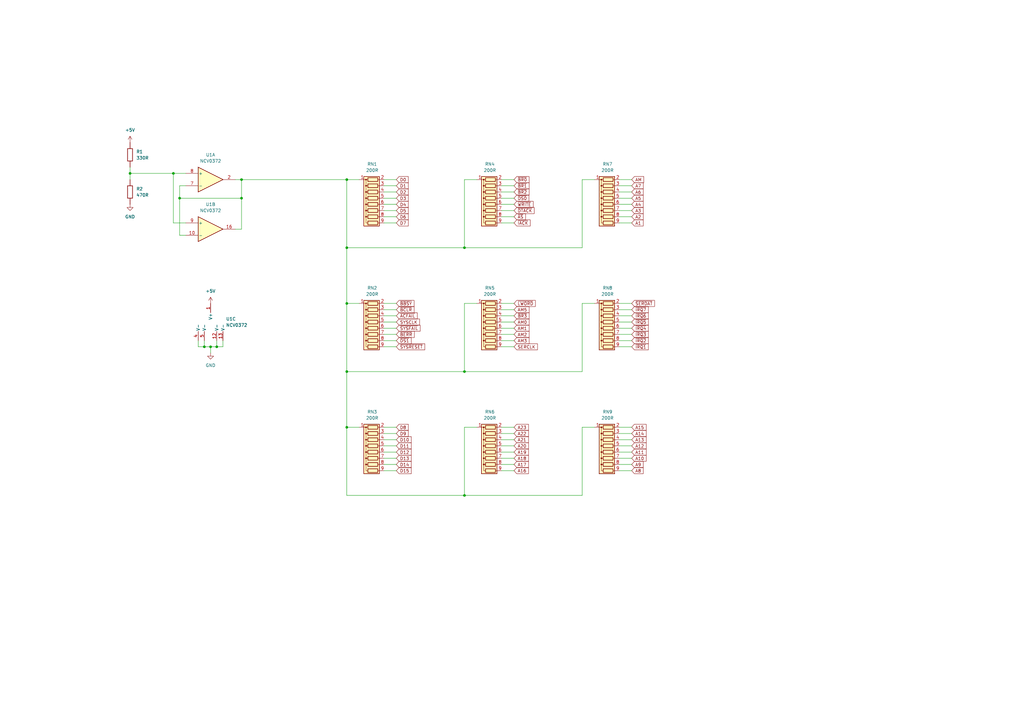
<source format=kicad_sch>
(kicad_sch (version 20211123) (generator eeschema)
  (paper "A3")
  (title_block (title "BUS TERMINATION RESISTORS") (date "2023-07-03") (rev "2") (company "TOM STOREY") (comment 1 "NON-COMMERCIAL USE"))
  (lib_symbols
    (symbol "COMET_symbols:NCV0372" (pin_names (offset 0.127))
      (property "Reference" "U" (at 5.08 2.54 0))
      (property "Value" "NCV0372" (at 5.08 -2.54 0))
      (symbol "NCV0372_1_1"
        (polyline (pts (xy -5.08 5.08) (xy 5.08 0) (xy -5.08 -5.08) (xy -5.08 5.08)) (stroke (width 0.254)) (fill (type background)))
        (pin output line (at 10.16 0 180) (length 5.08) (name "~") (number "2"))
        (pin input line (at -10.16 -2.54 0) (length 5.08) (name "-") (number "7"))
        (pin input line (at -10.16 2.54 0) (length 5.08) (name "+") (number "8"))
      )
      (symbol "NCV0372_2_1"
        (polyline (pts (xy -5.08 5.08) (xy 5.08 0) (xy -5.08 -5.08) (xy -5.08 5.08)) (stroke (width 0.254)) (fill (type background)))
        (pin input line (at -10.16 -2.54 0) (length 5.08) (name "-") (number "10"))
        (pin output line (at 10.16 0 180) (length 5.08) (name "~") (number "16"))
        (pin input line (at -10.16 2.54 0) (length 5.08) (name "+") (number "9"))
      )
      (symbol "NCV0372_3_1"
        (pin power_in line (at -2.54 7.62 270) (length 3.81) (name "V+") (number "1"))
        (pin power_in line (at 0 -7.62 90) (length 3.81) (name "V-") (number "12"))
        (pin power_in line (at 2.54 -7.62 90) (length 3.81) (name "V-") (number "13"))
        (pin power_in line (at -7.62 -7.62 90) (length 3.81) (name "V-") (number "4"))
        (pin power_in line (at -5.08 -7.62 90) (length 3.81) (name "V-") (number "5"))
      )
    )
    (symbol "COMET_symbols:R" (pin_numbers hide) (pin_names hide)
      (property "Reference" "R" (at 0 0 0))
      (property "Value" "R" (at 0 0 0))
      (symbol "R_0_1"
        (rectangle (start -1.016 -2.54) (end 1.016 2.54) (stroke (width 0.254)))
      )
      (symbol "R_1_1"
        (pin passive line (at 0 5.08 270) (length 2.54) (name "~") (number "1"))
        (pin passive line (at 0 -5.08 90) (length 2.54) (name "~") (number "2"))
      )
    )
    (symbol "Device:R_Network08" (pin_names (offset 0) hide)
      (property "Reference" "RN" (at -12.7 0 90))
      (property "Value" "R_Network08" (at 10.16 0 90))
      (symbol "R_Network08_0_1"
        (rectangle (start -11.43 -3.175) (end 8.89 3.175) (stroke (width 0.254)) (fill (type background)))
        (rectangle (start -10.922 1.524) (end -9.398 -2.54) (stroke (width 0.254)))
        (circle (center -10.16 2.286) (radius 0.254) (fill (type outline)))
        (rectangle (start -8.382 1.524) (end -6.858 -2.54) (stroke (width 0.254)))
        (circle (center -7.62 2.286) (radius 0.254) (fill (type outline)))
        (rectangle (start -5.842 1.524) (end -4.318 -2.54) (stroke (width 0.254)))
        (circle (center -5.08 2.286) (radius 0.254) (fill (type outline)))
        (rectangle (start -3.302 1.524) (end -1.778 -2.54) (stroke (width 0.254)))
        (circle (center -2.54 2.286) (radius 0.254) (fill (type outline)))
        (rectangle (start -0.762 1.524) (end 0.762 -2.54) (stroke (width 0.254)))
        (polyline (pts (xy -10.16 -2.54) (xy -10.16 -3.81)))
        (polyline (pts (xy -7.62 -2.54) (xy -7.62 -3.81)))
        (polyline (pts (xy -5.08 -2.54) (xy -5.08 -3.81)))
        (polyline (pts (xy -2.54 -2.54) (xy -2.54 -3.81)))
        (polyline (pts (xy 0 -2.54) (xy 0 -3.81)))
        (polyline (pts (xy 2.54 -2.54) (xy 2.54 -3.81)))
        (polyline (pts (xy 5.08 -2.54) (xy 5.08 -3.81)))
        (polyline (pts (xy 7.62 -2.54) (xy 7.62 -3.81)))
        (polyline (pts (xy -10.16 1.524) (xy -10.16 2.286) (xy -7.62 2.286) (xy -7.62 1.524)))
        (polyline (pts (xy -7.62 1.524) (xy -7.62 2.286) (xy -5.08 2.286) (xy -5.08 1.524)))
        (polyline (pts (xy -5.08 1.524) (xy -5.08 2.286) (xy -2.54 2.286) (xy -2.54 1.524)))
        (polyline (pts (xy -2.54 1.524) (xy -2.54 2.286) (xy 0 2.286) (xy 0 1.524)))
        (polyline (pts (xy 0 1.524) (xy 0 2.286) (xy 2.54 2.286) (xy 2.54 1.524)))
        (polyline (pts (xy 2.54 1.524) (xy 2.54 2.286) (xy 5.08 2.286) (xy 5.08 1.524)))
        (polyline (pts (xy 5.08 1.524) (xy 5.08 2.286) (xy 7.62 2.286) (xy 7.62 1.524)))
        (circle (center 0 2.286) (radius 0.254) (fill (type outline)))
        (rectangle (start 1.778 1.524) (end 3.302 -2.54) (stroke (width 0.254)))
        (circle (center 2.54 2.286) (radius 0.254) (fill (type outline)))
        (rectangle (start 4.318 1.524) (end 5.842 -2.54) (stroke (width 0.254)))
        (circle (center 5.08 2.286) (radius 0.254) (fill (type outline)))
        (rectangle (start 6.858 1.524) (end 8.382 -2.54) (stroke (width 0.254)))
      )
      (symbol "R_Network08_1_1"
        (pin passive line (at -10.16 5.08 270) (length 2.54) (name "common") (number "1"))
        (pin passive line (at -10.16 -5.08 90) (length 1.27) (name "R1") (number "2"))
        (pin passive line (at -7.62 -5.08 90) (length 1.27) (name "R2") (number "3"))
        (pin passive line (at -5.08 -5.08 90) (length 1.27) (name "R3") (number "4"))
        (pin passive line (at -2.54 -5.08 90) (length 1.27) (name "R4") (number "5"))
        (pin passive line (at 0 -5.08 90) (length 1.27) (name "R5") (number "6"))
        (pin passive line (at 2.54 -5.08 90) (length 1.27) (name "R6") (number "7"))
        (pin passive line (at 5.08 -5.08 90) (length 1.27) (name "R7") (number "8"))
        (pin passive line (at 7.62 -5.08 90) (length 1.27) (name "R8") (number "9"))
      )
    )
    (symbol "power:+5V" (power) (pin_names (offset 0))
      (property "Value" "+5V" (at 0 3.556 0))
      (symbol "+5V_0_1"
        (polyline (pts (xy -0.762 1.27) (xy 0 2.54)))
        (polyline (pts (xy 0 0) (xy 0 2.54)))
        (polyline (pts (xy 0 2.54) (xy 0.762 1.27)))
      )
      (symbol "+5V_1_1"
        (pin power_in line (at 0 0 90) (length 0) hide (name "+5V") (number "1"))
      )
    )
    (symbol "power:GND" (power) (pin_names (offset 0))
      (property "Value" "GND" (at 0 -3.81 0))
      (symbol "GND_0_1"
        (polyline (pts (xy 0 0) (xy 0 -1.27) (xy 1.27 -1.27) (xy 0 -2.54) (xy -1.27 -1.27) (xy 0 -1.27)))
      )
      (symbol "GND_1_1"
        (pin power_in line (at 0 0 270) (length 0) hide (name "GND") (number "1"))
      )
    )
  )
  (junction (at 71.12 71.12))
  (junction (at 99.06 73.66))
  (junction (at 83.82 142.24))
  (junction (at 190.5 101.6))
  (junction (at 142.24 73.66))
  (junction (at 142.24 101.6))
  (junction (at 190.5 152.4))
  (junction (at 53.34 71.12))
  (junction (at 88.9 142.24))
  (junction (at 99.06 81.28))
  (junction (at 73.66 81.28))
  (junction (at 142.24 175.26))
  (junction (at 86.36 142.24))
  (junction (at 142.24 152.4))
  (junction (at 142.24 124.46))
  (junction (at 190.5 203.2))
  (wire (pts (xy 157.48 86.36) (xy 162.56 86.36)))
  (wire (pts (xy 205.74 137.16) (xy 210.82 137.16)))
  (wire (pts (xy 142.24 73.66) (xy 147.32 73.66)))
  (wire (pts (xy 254 190.5) (xy 259.08 190.5)))
  (wire (pts (xy 205.74 134.62) (xy 210.82 134.62)))
  (wire (pts (xy 157.48 134.62) (xy 162.56 134.62)))
  (wire (pts (xy 205.74 177.8) (xy 210.82 177.8)))
  (wire (pts (xy 142.24 203.2) (xy 190.5 203.2)))
  (wire (pts (xy 254 129.54) (xy 259.08 129.54)))
  (wire (pts (xy 254 182.88) (xy 259.08 182.88)))
  (wire (pts (xy 157.48 83.82) (xy 162.56 83.82)))
  (wire (pts (xy 254 175.26) (xy 259.08 175.26)))
  (wire (pts (xy 142.24 175.26) (xy 142.24 203.2)))
  (wire (pts (xy 53.34 68.58) (xy 53.34 71.12)))
  (wire (pts (xy 205.74 180.34) (xy 210.82 180.34)))
  (wire (pts (xy 205.74 124.46) (xy 210.82 124.46)))
  (wire (pts (xy 91.44 139.7) (xy 91.44 142.24)))
  (wire (pts (xy 238.76 152.4) (xy 238.76 124.46)))
  (wire (pts (xy 254 187.96) (xy 259.08 187.96)))
  (wire (pts (xy 254 180.34) (xy 259.08 180.34)))
  (wire (pts (xy 73.66 81.28) (xy 73.66 76.2)))
  (wire (pts (xy 205.74 91.44) (xy 210.82 91.44)))
  (wire (pts (xy 157.48 124.46) (xy 162.56 124.46)))
  (wire (pts (xy 73.66 76.2) (xy 76.2 76.2)))
  (wire (pts (xy 205.74 78.74) (xy 210.82 78.74)))
  (wire (pts (xy 157.48 137.16) (xy 162.56 137.16)))
  (wire (pts (xy 190.5 101.6) (xy 238.76 101.6)))
  (wire (pts (xy 142.24 152.4) (xy 142.24 124.46)))
  (wire (pts (xy 157.48 127) (xy 162.56 127)))
  (wire (pts (xy 205.74 139.7) (xy 210.82 139.7)))
  (wire (pts (xy 147.32 175.26) (xy 142.24 175.26)))
  (wire (pts (xy 157.48 182.88) (xy 162.56 182.88)))
  (wire (pts (xy 190.5 152.4) (xy 238.76 152.4)))
  (wire (pts (xy 142.24 101.6) (xy 190.5 101.6)))
  (wire (pts (xy 157.48 185.42) (xy 162.56 185.42)))
  (wire (pts (xy 254 83.82) (xy 259.08 83.82)))
  (wire (pts (xy 205.74 132.08) (xy 210.82 132.08)))
  (wire (pts (xy 254 91.44) (xy 259.08 91.44)))
  (wire (pts (xy 205.74 193.04) (xy 210.82 193.04)))
  (wire (pts (xy 254 139.7) (xy 259.08 139.7)))
  (wire (pts (xy 205.74 175.26) (xy 210.82 175.26)))
  (wire (pts (xy 254 81.28) (xy 259.08 81.28)))
  (wire (pts (xy 86.36 142.24) (xy 86.36 144.78)))
  (wire (pts (xy 195.58 73.66) (xy 190.5 73.66)))
  (wire (pts (xy 205.74 185.42) (xy 210.82 185.42)))
  (wire (pts (xy 157.48 73.66) (xy 162.56 73.66)))
  (wire (pts (xy 190.5 124.46) (xy 190.5 152.4)))
  (wire (pts (xy 83.82 139.7) (xy 83.82 142.24)))
  (wire (pts (xy 83.82 142.24) (xy 86.36 142.24)))
  (wire (pts (xy 205.74 73.66) (xy 210.82 73.66)))
  (wire (pts (xy 205.74 142.24) (xy 210.82 142.24)))
  (wire (pts (xy 205.74 129.54) (xy 210.82 129.54)))
  (wire (pts (xy 157.48 91.44) (xy 162.56 91.44)))
  (wire (pts (xy 254 86.36) (xy 259.08 86.36)))
  (wire (pts (xy 142.24 124.46) (xy 142.24 101.6)))
  (wire (pts (xy 157.48 139.7) (xy 162.56 139.7)))
  (wire (pts (xy 88.9 139.7) (xy 88.9 142.24)))
  (wire (pts (xy 157.48 88.9) (xy 162.56 88.9)))
  (wire (pts (xy 157.48 78.74) (xy 162.56 78.74)))
  (wire (pts (xy 254 78.74) (xy 259.08 78.74)))
  (wire (pts (xy 99.06 73.66) (xy 142.24 73.66)))
  (wire (pts (xy 205.74 81.28) (xy 210.82 81.28)))
  (wire (pts (xy 142.24 175.26) (xy 142.24 152.4)))
  (wire (pts (xy 238.76 101.6) (xy 238.76 73.66)))
  (wire (pts (xy 205.74 190.5) (xy 210.82 190.5)))
  (wire (pts (xy 71.12 71.12) (xy 53.34 71.12)))
  (wire (pts (xy 53.34 71.12) (xy 53.34 73.66)))
  (wire (pts (xy 157.48 132.08) (xy 162.56 132.08)))
  (wire (pts (xy 76.2 96.52) (xy 73.66 96.52)))
  (wire (pts (xy 254 73.66) (xy 259.08 73.66)))
  (wire (pts (xy 254 134.62) (xy 259.08 134.62)))
  (wire (pts (xy 73.66 81.28) (xy 73.66 96.52)))
  (wire (pts (xy 254 127) (xy 259.08 127)))
  (wire (pts (xy 205.74 86.36) (xy 210.82 86.36)))
  (wire (pts (xy 157.48 190.5) (xy 162.56 190.5)))
  (wire (pts (xy 254 193.04) (xy 259.08 193.04)))
  (wire (pts (xy 254 177.8) (xy 259.08 177.8)))
  (wire (pts (xy 238.76 73.66) (xy 243.84 73.66)))
  (wire (pts (xy 254 185.42) (xy 259.08 185.42)))
  (wire (pts (xy 254 88.9) (xy 259.08 88.9)))
  (wire (pts (xy 157.48 129.54) (xy 162.56 129.54)))
  (wire (pts (xy 142.24 124.46) (xy 147.32 124.46)))
  (wire (pts (xy 254 137.16) (xy 259.08 137.16)))
  (wire (pts (xy 157.48 187.96) (xy 162.56 187.96)))
  (wire (pts (xy 142.24 152.4) (xy 190.5 152.4)))
  (wire (pts (xy 205.74 76.2) (xy 210.82 76.2)))
  (wire (pts (xy 254 132.08) (xy 259.08 132.08)))
  (wire (pts (xy 238.76 175.26) (xy 243.84 175.26)))
  (wire (pts (xy 157.48 177.8) (xy 162.56 177.8)))
  (wire (pts (xy 205.74 187.96) (xy 210.82 187.96)))
  (wire (pts (xy 96.52 73.66) (xy 99.06 73.66)))
  (wire (pts (xy 99.06 81.28) (xy 73.66 81.28)))
  (wire (pts (xy 205.74 182.88) (xy 210.82 182.88)))
  (wire (pts (xy 238.76 203.2) (xy 238.76 175.26)))
  (wire (pts (xy 157.48 193.04) (xy 162.56 193.04)))
  (wire (pts (xy 157.48 81.28) (xy 162.56 81.28)))
  (wire (pts (xy 157.48 76.2) (xy 162.56 76.2)))
  (wire (pts (xy 88.9 142.24) (xy 91.44 142.24)))
  (wire (pts (xy 157.48 142.24) (xy 162.56 142.24)))
  (wire (pts (xy 81.28 142.24) (xy 83.82 142.24)))
  (wire (pts (xy 76.2 71.12) (xy 71.12 71.12)))
  (wire (pts (xy 254 142.24) (xy 259.08 142.24)))
  (wire (pts (xy 71.12 71.12) (xy 71.12 91.44)))
  (wire (pts (xy 76.2 91.44) (xy 71.12 91.44)))
  (wire (pts (xy 99.06 73.66) (xy 99.06 81.28)))
  (wire (pts (xy 195.58 124.46) (xy 190.5 124.46)))
  (wire (pts (xy 157.48 175.26) (xy 162.56 175.26)))
  (wire (pts (xy 254 76.2) (xy 259.08 76.2)))
  (wire (pts (xy 86.36 142.24) (xy 88.9 142.24)))
  (wire (pts (xy 81.28 139.7) (xy 81.28 142.24)))
  (wire (pts (xy 254 124.46) (xy 259.08 124.46)))
  (wire (pts (xy 195.58 175.26) (xy 190.5 175.26)))
  (wire (pts (xy 205.74 127) (xy 210.82 127)))
  (wire (pts (xy 205.74 83.82) (xy 210.82 83.82)))
  (wire (pts (xy 190.5 175.26) (xy 190.5 203.2)))
  (wire (pts (xy 142.24 101.6) (xy 142.24 73.66)))
  (wire (pts (xy 96.52 93.98) (xy 99.06 93.98)))
  (wire (pts (xy 190.5 73.66) (xy 190.5 101.6)))
  (wire (pts (xy 157.48 180.34) (xy 162.56 180.34)))
  (wire (pts (xy 190.5 203.2) (xy 238.76 203.2)))
  (wire (pts (xy 99.06 81.28) (xy 99.06 93.98)))
  (wire (pts (xy 205.74 88.9) (xy 210.82 88.9)))
  (wire (pts (xy 238.76 124.46) (xy 243.84 124.46)))
  (global_label "~{IRQ4}" (shape input) (at 259.08 134.62 0) (property "Intersheet References" "${INTERSHEET_REFS}" (effects hide)))
  (global_label "A10" (shape input) (at 259.08 187.96 0) (property "Intersheet References" "${INTERSHEET_REFS}" (effects hide)))
  (global_label "~{BR0}" (shape input) (at 210.82 73.66 0) (property "Intersheet References" "${INTERSHEET_REFS}" (effects hide)))
  (global_label "A3" (shape input) (at 259.08 86.36 0) (property "Intersheet References" "${INTERSHEET_REFS}" (effects hide)))
  (global_label "A20" (shape input) (at 210.82 182.88 0) (property "Intersheet References" "${INTERSHEET_REFS}" (effects hide)))
  (global_label "A19" (shape input) (at 210.82 185.42 0) (property "Intersheet References" "${INTERSHEET_REFS}" (effects hide)))
  (global_label "D8" (shape input) (at 162.56 175.26 0) (property "Intersheet References" "${INTERSHEET_REFS}" (effects hide)))
  (global_label "A4" (shape input) (at 259.08 83.82 0) (property "Intersheet References" "${INTERSHEET_REFS}" (effects hide)))
  (global_label "AM" (shape input) (at 259.08 73.66 0) (property "Intersheet References" "${INTERSHEET_REFS}" (effects hide)))
  (global_label "A15" (shape input) (at 259.08 175.26 0) (property "Intersheet References" "${INTERSHEET_REFS}" (effects hide)))
  (global_label "A16" (shape input) (at 210.82 193.04 0) (property "Intersheet References" "${INTERSHEET_REFS}" (effects hide)))
  (global_label "D15" (shape input) (at 162.56 193.04 0) (property "Intersheet References" "${INTERSHEET_REFS}" (effects hide)))
  (global_label "~{BERR}" (shape input) (at 162.56 137.16 0) (property "Intersheet References" "${INTERSHEET_REFS}" (effects hide)))
  (global_label "~{IRQ6}" (shape input) (at 259.08 129.54 0) (property "Intersheet References" "${INTERSHEET_REFS}" (effects hide)))
  (global_label "A22" (shape input) (at 210.82 177.8 0) (property "Intersheet References" "${INTERSHEET_REFS}" (effects hide)))
  (global_label "AM3" (shape input) (at 210.82 139.7 0) (property "Intersheet References" "${INTERSHEET_REFS}" (effects hide)))
  (global_label "D4" (shape input) (at 162.56 83.82 0) (property "Intersheet References" "${INTERSHEET_REFS}" (effects hide)))
  (global_label "D5" (shape input) (at 162.56 86.36 0) (property "Intersheet References" "${INTERSHEET_REFS}" (effects hide)))
  (global_label "SYSCLK" (shape input) (at 162.56 132.08 0) (property "Intersheet References" "${INTERSHEET_REFS}" (effects hide)))
  (global_label "A5" (shape input) (at 259.08 81.28 0) (property "Intersheet References" "${INTERSHEET_REFS}" (effects hide)))
  (global_label "~{BCLR}" (shape input) (at 162.56 127 0) (property "Intersheet References" "${INTERSHEET_REFS}" (effects hide)))
  (global_label "A11" (shape input) (at 259.08 185.42 0) (property "Intersheet References" "${INTERSHEET_REFS}" (effects hide)))
  (global_label "AM2" (shape input) (at 210.82 137.16 0) (property "Intersheet References" "${INTERSHEET_REFS}" (effects hide)))
  (global_label "~{BBSY}" (shape input) (at 162.56 124.46 0) (property "Intersheet References" "${INTERSHEET_REFS}" (effects hide)))
  (global_label "~{IRQ1}" (shape input) (at 259.08 142.24 0) (property "Intersheet References" "${INTERSHEET_REFS}" (effects hide)))
  (global_label "~{IACK}" (shape input) (at 210.82 91.44 0) (property "Intersheet References" "${INTERSHEET_REFS}" (effects hide)))
  (global_label "A17" (shape input) (at 210.82 190.5 0) (property "Intersheet References" "${INTERSHEET_REFS}" (effects hide)))
  (global_label "~{ACFAIL}" (shape input) (at 162.56 129.54 0) (property "Intersheet References" "${INTERSHEET_REFS}" (effects hide)))
  (global_label "D12" (shape input) (at 162.56 185.42 0) (property "Intersheet References" "${INTERSHEET_REFS}" (effects hide)))
  (global_label "~{AS}" (shape input) (at 210.82 88.9 0) (property "Intersheet References" "${INTERSHEET_REFS}" (effects hide)))
  (global_label "A13" (shape input) (at 259.08 180.34 0) (property "Intersheet References" "${INTERSHEET_REFS}" (effects hide)))
  (global_label "~{SYSRESET}" (shape input) (at 162.56 142.24 0) (property "Intersheet References" "${INTERSHEET_REFS}" (effects hide)))
  (global_label "~{BR1}" (shape input) (at 210.82 76.2 0) (property "Intersheet References" "${INTERSHEET_REFS}" (effects hide)))
  (global_label "A18" (shape input) (at 210.82 187.96 0) (property "Intersheet References" "${INTERSHEET_REFS}" (effects hide)))
  (global_label "D7" (shape input) (at 162.56 91.44 0) (property "Intersheet References" "${INTERSHEET_REFS}" (effects hide)))
  (global_label "~{BR2}" (shape input) (at 210.82 78.74 0) (property "Intersheet References" "${INTERSHEET_REFS}" (effects hide)))
  (global_label "D3" (shape input) (at 162.56 81.28 0) (property "Intersheet References" "${INTERSHEET_REFS}" (effects hide)))
  (global_label "~{IRQ7}" (shape input) (at 259.08 127 0) (property "Intersheet References" "${INTERSHEET_REFS}" (effects hide)))
  (global_label "D13" (shape input) (at 162.56 187.96 0) (property "Intersheet References" "${INTERSHEET_REFS}" (effects hide)))
  (global_label "D11" (shape input) (at 162.56 182.88 0) (property "Intersheet References" "${INTERSHEET_REFS}" (effects hide)))
  (global_label "~{LWORD}" (shape input) (at 210.82 124.46 0) (property "Intersheet References" "${INTERSHEET_REFS}" (effects hide)))
  (global_label "A23" (shape input) (at 210.82 175.26 0) (property "Intersheet References" "${INTERSHEET_REFS}" (effects hide)))
  (global_label "A9" (shape input) (at 259.08 190.5 0) (property "Intersheet References" "${INTERSHEET_REFS}" (effects hide)))
  (global_label "~{SYSFAIL}" (shape input) (at 162.56 134.62 0) (property "Intersheet References" "${INTERSHEET_REFS}" (effects hide)))
  (global_label "A7" (shape input) (at 259.08 76.2 0) (property "Intersheet References" "${INTERSHEET_REFS}" (effects hide)))
  (global_label "~{IRQ5}" (shape input) (at 259.08 132.08 0) (property "Intersheet References" "${INTERSHEET_REFS}" (effects hide)))
  (global_label "A21" (shape input) (at 210.82 180.34 0) (property "Intersheet References" "${INTERSHEET_REFS}" (effects hide)))
  (global_label "D1" (shape input) (at 162.56 76.2 0) (property "Intersheet References" "${INTERSHEET_REFS}" (effects hide)))
  (global_label "D0" (shape input) (at 162.56 73.66 0) (property "Intersheet References" "${INTERSHEET_REFS}" (effects hide)))
  (global_label "~{SERDAT}" (shape input) (at 259.08 124.46 0) (property "Intersheet References" "${INTERSHEET_REFS}" (effects hide)))
  (global_label "A1" (shape input) (at 259.08 91.44 0) (property "Intersheet References" "${INTERSHEET_REFS}" (effects hide)))
  (global_label "~{BR3}" (shape input) (at 210.82 129.54 0) (property "Intersheet References" "${INTERSHEET_REFS}" (effects hide)))
  (global_label "AM1" (shape input) (at 210.82 134.62 0) (property "Intersheet References" "${INTERSHEET_REFS}" (effects hide)))
  (global_label "SERCLK" (shape input) (at 210.82 142.24 0) (property "Intersheet References" "${INTERSHEET_REFS}" (effects hide)))
  (global_label "~{IRQ3}" (shape input) (at 259.08 137.16 0) (property "Intersheet References" "${INTERSHEET_REFS}" (effects hide)))
  (global_label "~{DS0}" (shape input) (at 210.82 81.28 0) (property "Intersheet References" "${INTERSHEET_REFS}" (effects hide)))
  (global_label "AM5" (shape input) (at 210.82 127 0) (property "Intersheet References" "${INTERSHEET_REFS}" (effects hide)))
  (global_label "D14" (shape input) (at 162.56 190.5 0) (property "Intersheet References" "${INTERSHEET_REFS}" (effects hide)))
  (global_label "~{WRITE}" (shape input) (at 210.82 83.82 0) (property "Intersheet References" "${INTERSHEET_REFS}" (effects hide)))
  (global_label "D2" (shape input) (at 162.56 78.74 0) (property "Intersheet References" "${INTERSHEET_REFS}" (effects hide)))
  (global_label "A8" (shape input) (at 259.08 193.04 0) (property "Intersheet References" "${INTERSHEET_REFS}" (effects hide)))
  (global_label "~{DTACK}" (shape input) (at 210.82 86.36 0) (property "Intersheet References" "${INTERSHEET_REFS}" (effects hide)))
  (global_label "D10" (shape input) (at 162.56 180.34 0) (property "Intersheet References" "${INTERSHEET_REFS}" (effects hide)))
  (global_label "~{IRQ2}" (shape input) (at 259.08 139.7 0) (property "Intersheet References" "${INTERSHEET_REFS}" (effects hide)))
  (global_label "A2" (shape input) (at 259.08 88.9 0) (property "Intersheet References" "${INTERSHEET_REFS}" (effects hide)))
  (global_label "A12" (shape input) (at 259.08 182.88 0) (property "Intersheet References" "${INTERSHEET_REFS}" (effects hide)))
  (global_label "D6" (shape input) (at 162.56 88.9 0) (property "Intersheet References" "${INTERSHEET_REFS}" (effects hide)))
  (global_label "AM0" (shape input) (at 210.82 132.08 0) (property "Intersheet References" "${INTERSHEET_REFS}" (effects hide)))
  (global_label "A14" (shape input) (at 259.08 177.8 0) (property "Intersheet References" "${INTERSHEET_REFS}" (effects hide)))
  (global_label "D9" (shape input) (at 162.56 177.8 0) (property "Intersheet References" "${INTERSHEET_REFS}" (effects hide)))
  (global_label "A6" (shape input) (at 259.08 78.74 0) (property "Intersheet References" "${INTERSHEET_REFS}" (effects hide)))
  (global_label "~{DS1}" (shape input) (at 162.56 139.7 0) (property "Intersheet References" "${INTERSHEET_REFS}" (effects hide)))
  (symbol (lib_id "Device:R_Network08") (at 248.92 185.42 90) (mirror x) (unit 1)
    (property "Reference" "RN9" (at 249.174 168.91 90))
    (property "Value" "200R" (at 249.174 171.45 90))
    (property "Footprint" "Resistor_THT:R_Array_SIP9" (effects hide))
    (property "Datasheet" "http://www.vishay.com/docs/31509/csc.pdf" (effects hide))
  )
  (symbol (lib_id "power:+5V") (at 86.36 124.46 0) (unit 1)
    (property "Reference" "#PWR03" (effects hide))
    (property "Value" "+5V" (at 86.36 119.38 0))
  )
  (symbol (lib_id "power:+5V") (at 53.34 58.42 0) (unit 1)
    (property "Reference" "#PWR01" (effects hide))
    (property "Value" "+5V" (at 53.34 53.34 0))
  )
  (symbol (lib_id "Device:R_Network08") (at 200.66 185.42 90) (mirror x) (unit 1)
    (property "Reference" "RN6" (at 200.914 168.91 90))
    (property "Value" "200R" (at 200.914 171.45 90))
    (property "Footprint" "Resistor_THT:R_Array_SIP9" (effects hide))
    (property "Datasheet" "http://www.vishay.com/docs/31509/csc.pdf" (effects hide))
  )
  (symbol (lib_id "COMET_symbols:R") (at 53.34 63.5 0) (unit 1)
    (property "Reference" "R1" (at 55.88 62.2299 0) (effects (justify left)))
    (property "Value" "330R" (at 55.88 64.7699 0) (effects (justify left)))
    (property "Footprint" "COMET_footprints:R_SMD0805" (effects hide))
  )
  (symbol (lib_id "power:GND") (at 86.36 144.78 0) (unit 1)
    (property "Reference" "#PWR04" (effects hide))
    (property "Value" "GND" (at 86.36 149.86 0))
  )
  (symbol (lib_id "Device:R_Network08") (at 200.66 83.82 90) (mirror x) (unit 1)
    (property "Reference" "RN4" (at 200.914 67.31 90))
    (property "Value" "200R" (at 200.914 69.85 90))
    (property "Footprint" "Resistor_THT:R_Array_SIP9" (effects hide))
    (property "Datasheet" "http://www.vishay.com/docs/31509/csc.pdf" (effects hide))
  )
  (symbol (lib_id "Device:R_Network08") (at 248.92 134.62 90) (mirror x) (unit 1)
    (property "Reference" "RN8" (at 249.174 118.11 90))
    (property "Value" "200R" (at 249.174 120.65 90))
    (property "Footprint" "Resistor_THT:R_Array_SIP9" (effects hide))
    (property "Datasheet" "http://www.vishay.com/docs/31509/csc.pdf" (effects hide))
  )
  (symbol (lib_id "COMET_symbols:NCV0372") (at 86.36 73.66 0) (unit 1)
    (property "Reference" "U1" (at 86.36 63.5 0))
    (property "Value" "NCV0372" (at 86.36 66.04 0))
    (property "Footprint" "COMET_footprints:Package_SO16W" (effects hide))
  )
  (symbol (lib_id "COMET_symbols:NCV0372") (at 88.9 132.08 0) (unit 3)
    (property "Reference" "U1" (at 92.71 130.8099 0) (effects (justify left)))
    (property "Value" "NCV0372" (at 92.71 133.3499 0) (effects (justify left)))
    (property "Footprint" "COMET_footprints:Package_SO16W" (effects hide))
  )
  (symbol (lib_id "Device:R_Network08") (at 152.4 83.82 90) (mirror x) (unit 1)
    (property "Reference" "RN1" (at 152.654 67.31 90))
    (property "Value" "200R" (at 152.654 69.85 90))
    (property "Footprint" "Resistor_THT:R_Array_SIP9" (effects hide))
    (property "Datasheet" "http://www.vishay.com/docs/31509/csc.pdf" (effects hide))
  )
  (symbol (lib_id "Device:R_Network08") (at 248.92 83.82 90) (mirror x) (unit 1)
    (property "Reference" "RN7" (at 249.174 67.31 90))
    (property "Value" "200R" (at 249.174 69.85 90))
    (property "Footprint" "Resistor_THT:R_Array_SIP9" (effects hide))
    (property "Datasheet" "http://www.vishay.com/docs/31509/csc.pdf" (effects hide))
  )
  (symbol (lib_id "Device:R_Network08") (at 200.66 134.62 90) (mirror x) (unit 1)
    (property "Reference" "RN5" (at 200.914 118.11 90))
    (property "Value" "200R" (at 200.914 120.65 90))
    (property "Footprint" "Resistor_THT:R_Array_SIP9" (effects hide))
    (property "Datasheet" "http://www.vishay.com/docs/31509/csc.pdf" (effects hide))
  )
  (symbol (lib_id "COMET_symbols:R") (at 53.34 78.74 0) (unit 1)
    (property "Reference" "R2" (at 55.88 77.4699 0) (effects (justify left)))
    (property "Value" "470R" (at 55.88 80.0099 0) (effects (justify left)))
    (property "Footprint" "COMET_footprints:R_SMD0805" (effects hide))
  )
  (symbol (lib_id "power:GND") (at 53.34 83.82 0) (unit 1)
    (property "Reference" "#PWR02" (effects hide))
    (property "Value" "GND" (at 53.34 88.9 0))
  )
  (symbol (lib_id "COMET_symbols:NCV0372") (at 86.36 93.98 0) (unit 2)
    (property "Reference" "U1" (at 86.36 83.82 0))
    (property "Value" "NCV0372" (at 86.36 86.36 0))
    (property "Footprint" "COMET_footprints:Package_SO16W" (effects hide))
  )
  (symbol (lib_id "Device:R_Network08") (at 152.4 185.42 90) (mirror x) (unit 1)
    (property "Reference" "RN3" (at 152.654 168.91 90))
    (property "Value" "200R" (at 152.654 171.45 90))
    (property "Footprint" "Resistor_THT:R_Array_SIP9" (effects hide))
    (property "Datasheet" "http://www.vishay.com/docs/31509/csc.pdf" (effects hide))
  )
  (symbol (lib_id "Device:R_Network08") (at 152.4 134.62 90) (mirror x) (unit 1)
    (property "Reference" "RN2" (at 152.654 118.11 90))
    (property "Value" "200R" (at 152.654 120.65 90))
    (property "Footprint" "Resistor_THT:R_Array_SIP9" (effects hide))
    (property "Datasheet" "http://www.vishay.com/docs/31509/csc.pdf" (effects hide))
  )
)
</source>
